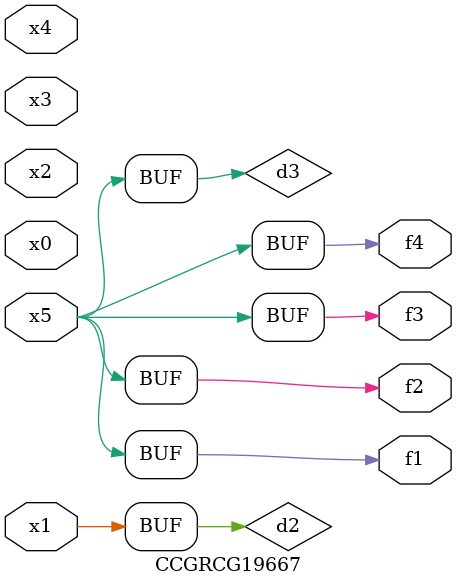
<source format=v>
module CCGRCG19667(
	input x0, x1, x2, x3, x4, x5,
	output f1, f2, f3, f4
);

	wire d1, d2, d3;

	not (d1, x5);
	or (d2, x1);
	xnor (d3, d1);
	assign f1 = d3;
	assign f2 = d3;
	assign f3 = d3;
	assign f4 = d3;
endmodule

</source>
